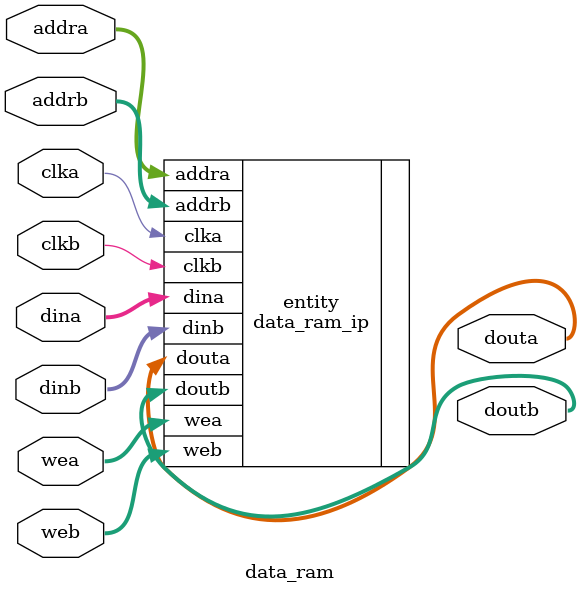
<source format=v>
/*******************************************************************************

*     This file is owned and controlled by Xilinx and must be used solely      *
*     for design, simulation, implementation and creation of design files      *
*     limited to Xilinx devices or technologies. Use with non-Xilinx           *
*     devices or technologies is expressly prohibited and immediately          *
*     terminates your license.                                                 *
*                                                                              *
*     XILINX IS PROVIDING THIS DESIGN, CODE, OR INFORMATION "AS IS" SOLELY     *
*     FOR USE IN DEVELOPING PROGRAMS AND SOLUTIONS FOR XILINX DEVICES.  BY     *
*     PROVIDING THIS DESIGN, CODE, OR INFORMATION AS ONE POSSIBLE              *
*     IMPLEMENTATION OF THIS FEATURE, APPLICATION OR STANDARD, XILINX IS       *
*     MAKING NO REPRESENTATION THAT THIS IMPLEMENTATION IS FREE FROM ANY       *
*     CLAIMS OF INFRINGEMENT, AND YOU ARE RESPONSIBLE FOR OBTAINING ANY        *
*     RIGHTS YOU MAY REQUIRE FOR YOUR IMPLEMENTATION.  XILINX EXPRESSLY        *
*     DISCLAIMS ANY WARRANTY WHATSOEVER WITH RESPECT TO THE ADEQUACY OF THE    *
*     IMPLEMENTATION, INCLUDING BUT NOT LIMITED TO ANY WARRANTIES OR           *
*     REPRESENTATIONS THAT THIS IMPLEMENTATION IS FREE FROM CLAIMS OF          *
*     INFRINGEMENT, IMPLIED WARRANTIES OF MERCHANTABILITY AND FITNESS FOR A    *
*     PARTICULAR PURPOSE.                                                      *
*                                                                              *
*     Xilinx products are not intended for use in life support appliances,     *
*     devices, or systems.  Use in such applications are expressly             *
*     prohibited.                                                              *
*                                                                              *
*     (c) Copyright 1995-2016 Xilinx, Inc.                                     *
*     All rights reserved.                                                     *
*******************************************************************************/
// You must compile the wrapper file data_ram.v when simulating
// the core, data_ram. When compiling the wrapper file, be sure to
// reference the XilinxCoreLib Verilog simulation library. For detailed
// instructions, please refer to the "CORE Generator Help".

// The synthesis directives "translate_off/translate_on" specified below are
// supported by Xilinx, Mentor Graphics and Synplicity synthesis
// tools. Ensure they are correct for your synthesis tool(s).

// test
`timescale 1ns/1ps

module data_ram(
  clka,
  wea,
  addra,
  dina,
  douta,
  clkb,
  web,
  addrb,
  dinb,
  doutb
);

input clka;
input [3 : 0] wea;
input [7 : 0] addra;
input [31 : 0] dina;
output [31 : 0] douta;
input clkb;
input [3 : 0] web;
input [7 : 0] addrb;
input [31 : 0] dinb;
output [31 : 0] doutb;

// ENTITY data_ram_ip IS
//   PORT (
//     clka : IN STD_LOGIC;
//     wea : IN STD_LOGIC_VECTOR(3 DOWNTO 0);
//     addra : IN STD_LOGIC_VECTOR(7 DOWNTO 0);
//     dina : IN STD_LOGIC_VECTOR(31 DOWNTO 0);
//     douta : OUT STD_LOGIC_VECTOR(31 DOWNTO 0);
//     clkb : IN STD_LOGIC;
//     web : IN STD_LOGIC_VECTOR(3 DOWNTO 0);
//     addrb : IN STD_LOGIC_VECTOR(7 DOWNTO 0);
//     dinb : IN STD_LOGIC_VECTOR(31 DOWNTO 0);
//     doutb : OUT STD_LOGIC_VECTOR(31 DOWNTO 0)
//   );
// END data_ram_ip;

data_ram_ip entity (
  .clka(clka),
  .wea(wea),
  .addra(addra),
  .dina(dina),
  .douta(douta),
  .clkb(clkb),
  .web(web),
  .addrb(addrb),
  .dinb(dinb),
  .doutb(doutb)
);


endmodule

</source>
